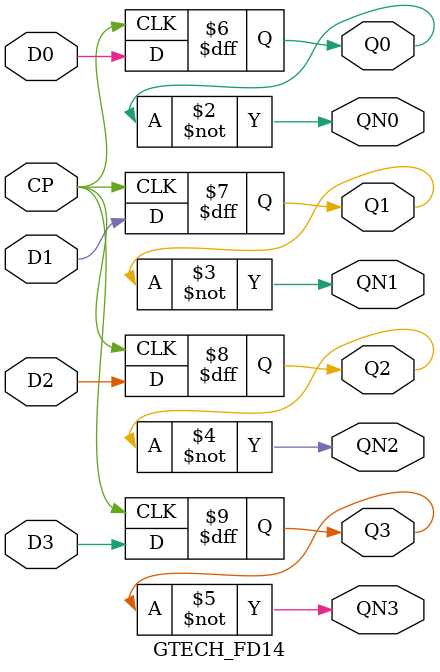
<source format=v>


module GTECH_FD14(D0,D1,D2,D3,CP,Q0,Q1,Q2,Q3,QN0,QN1,QN2,QN3);

 input D0,D1,D2,D3,CP;
 output Q0,Q1,Q2,Q3,QN0,QN1,QN2,QN3;
 reg Q0,Q1,Q2,Q3;

 always @ (posedge CP)
 begin
   Q0 <= D0;
   Q1 <= D1;
   Q2 <= D2;
   Q3 <= D3;
 end
    assign QN0 = ~Q0;
    assign QN1 = ~Q1;
    assign QN2 = ~Q2;
    assign QN3 = ~Q3;
endmodule
     

</source>
